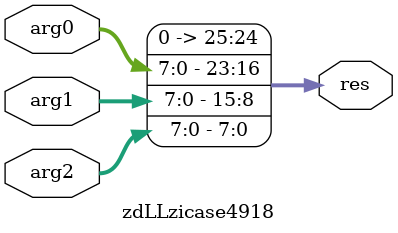
<source format=sv>
module top_level (input logic [0:0] clk,
  input logic [0:0] rst,
  input logic [0:0] __in0,
  output logic [7:0] __out0);
  logic [16:0] gzdLLzicase4866;
  logic [16:0] gzdLLzilambda4762;
  logic [16:0] gzdLLzicase4923;
  logic [15:0] gMainziincr;
  logic [23:0] gzdLLzilambda4950;
  logic [23:0] gzdLLzicase4918;
  logic [25:0] callRes;
  logic [25:0] gzdLLzilambda4944;
  logic [25:0] gzdLLzicase4942;
  logic [23:0] gzdLLzilambda4760;
  logic [23:0] gzdLLzilambda4920;
  logic [23:0] gzdLLzicase4918R1;
  logic [25:0] callResR1;
  logic [33:0] gzdLLzilambda4914;
  logic [33:0] gzdLLzicase4911;
  logic [31:0] gzdLLzilambda4758;
  logic [15:0] gzdLLzilambda4906;
  logic [15:0] gzdLLzicase4876;
  logic [25:0] callResR2;
  logic [41:0] gzdLLzilambda4900;
  logic [41:0] gzdLLzicase4896;
  logic [31:0] gzdLLzilambda4755;
  logic [15:0] binOp;
  logic [15:0] gzdLLzilambda4890;
  logic [15:0] gzdLLzicase4876R1;
  logic [25:0] callResR3;
  logic [25:0] gzdLLzilambda4884;
  logic [25:0] gzdLLzicase4870;
  logic [25:0] callResR4;
  logic [16:0] gzdLLzicase4870R1;
  logic [25:0] callResR5;
  logic [0:0] __continue;
  logic [0:0] __padding;
  logic [7:0] __st0;
  logic [7:0] __st1;
  logic [7:0] __st0_next;
  logic [7:0] __st1_next;
  assign gzdLLzicase4866 = {{__st0, __st1}, __in0};
  assign gzdLLzilambda4762 = {gzdLLzicase4866[0], gzdLLzicase4866[16:9], gzdLLzicase4866[8:1]};
  assign gzdLLzicase4923 = {gzdLLzilambda4762[16], gzdLLzilambda4762[15:8], gzdLLzilambda4762[7:0]};
  assign gMainziincr = {gzdLLzicase4923[15:8], gzdLLzicase4923[7:0]};
  assign gzdLLzilambda4950 = {gMainziincr[15:8], gMainziincr[15:8], gMainziincr[7:0]};
  assign gzdLLzicase4918 = gzdLLzilambda4950[23:0];
  zdLLzicase4918  zdLLzicase4918 (gzdLLzicase4918[23:16], gzdLLzicase4918[15:8], gzdLLzicase4918[7:0], callRes);
  assign gzdLLzilambda4944 = callRes;
  assign gzdLLzicase4942 = gzdLLzilambda4944[25:0];
  assign gzdLLzilambda4760 = {gzdLLzicase4942[23:16], gzdLLzicase4942[15:8], gzdLLzicase4942[7:0]};
  assign gzdLLzilambda4920 = {gzdLLzilambda4760[7:0], gzdLLzilambda4760[15:8], gzdLLzilambda4760[7:0]};
  assign gzdLLzicase4918R1 = gzdLLzilambda4920[23:0];
  zdLLzicase4918  zdLLzicase4918R1 (gzdLLzicase4918R1[23:16], gzdLLzicase4918R1[15:8], gzdLLzicase4918R1[7:0], callResR1);
  assign gzdLLzilambda4914 = {gzdLLzilambda4760[23:16], callResR1};
  assign gzdLLzicase4911 = {gzdLLzilambda4914[25:0], gzdLLzilambda4914[33:26]};
  assign gzdLLzilambda4758 = {gzdLLzicase4911[7:0], gzdLLzicase4911[31:24], gzdLLzicase4911[23:16], gzdLLzicase4911[15:8]};
  assign gzdLLzilambda4906 = {gzdLLzilambda4758[23:16], gzdLLzilambda4758[7:0]};
  assign gzdLLzicase4876 = gzdLLzilambda4906[15:0];
  zdLLzicase4876  zdLLzicase4876 (gzdLLzicase4876[15:8], gzdLLzicase4876[7:0], callResR2);
  assign gzdLLzilambda4900 = {gzdLLzilambda4758[31:24], gzdLLzilambda4758[23:16], callResR2};
  assign gzdLLzicase4896 = {gzdLLzilambda4900[25:0], gzdLLzilambda4900[41:34], gzdLLzilambda4900[33:26]};
  assign gzdLLzilambda4755 = {gzdLLzicase4896[15:8], gzdLLzicase4896[7:0], gzdLLzicase4896[31:24], gzdLLzicase4896[23:16]};
  assign binOp = {gzdLLzilambda4755[31:24], gzdLLzilambda4755[23:16]};
  assign gzdLLzilambda4890 = {gzdLLzilambda4755[15:8], binOp[15:8] + binOp[7:0]};
  assign gzdLLzicase4876R1 = gzdLLzilambda4890[15:0];
  zdLLzicase4876  zdLLzicase4876R1 (gzdLLzicase4876R1[15:8], gzdLLzicase4876R1[7:0], callResR3);
  assign gzdLLzilambda4884 = callResR3;
  assign gzdLLzicase4870 = gzdLLzilambda4884[25:0];
  zdLLzicase4870  zdLLzicase4870 (gzdLLzicase4870[15:8], gzdLLzicase4870[7:0], callResR4);
  assign gzdLLzicase4870R1 = {gzdLLzilambda4762[16], gzdLLzilambda4762[15:8], gzdLLzilambda4762[7:0]};
  zdLLzicase4870  zdLLzicase4870R1 (gzdLLzicase4870R1[15:8], gzdLLzicase4870R1[7:0], callResR5);
  assign {__continue, __padding, __out0, __st0_next, __st1_next} = (gzdLLzicase4870R1[16] == 1'h1) ? callResR5 : callResR4;
  initial {__st0, __st1} <= 16'h0001;
  always @ (posedge clk or posedge rst) begin
    if (rst == 1'h1) begin
      {__st0, __st1} <= 16'h0001;
    end else begin
      {__st0, __st1} <= {__st0_next, __st1_next};
    end
  end
endmodule

module zdLLzicase4870 (input logic [7:0] arg0,
  input logic [7:0] arg1,
  output logic [25:0] res);
  logic [15:0] gMainzisig;
  logic [23:0] gzdLLzilambda4962;
  logic [23:0] gzdLLzicase4918;
  logic [25:0] callRes;
  logic [25:0] gzdLLzilambda4956;
  logic [25:0] gzdLLzicase4954;
  logic [23:0] gzdLLzilambda4764;
  assign gMainzisig = {arg0, arg1};
  assign gzdLLzilambda4962 = {gMainzisig[15:8], gMainzisig[15:8], gMainzisig[7:0]};
  assign gzdLLzicase4918 = gzdLLzilambda4962[23:0];
  zdLLzicase4918  zdLLzicase4918 (gzdLLzicase4918[23:16], gzdLLzicase4918[15:8], gzdLLzicase4918[7:0], callRes);
  assign gzdLLzilambda4956 = callRes;
  assign gzdLLzicase4954 = gzdLLzilambda4956[25:0];
  assign gzdLLzilambda4764 = {gzdLLzicase4954[23:16], gzdLLzicase4954[15:8], gzdLLzicase4954[7:0]};
  assign res = {2'h2, gzdLLzilambda4764[23:16], gzdLLzilambda4764[15:8], gzdLLzilambda4764[7:0]};
endmodule

module zdLLzicase4876 (input logic [7:0] arg0,
  input logic [7:0] arg1,
  output logic [25:0] res);
  assign res = {10'h100, arg0, arg1};
endmodule

module zdLLzicase4918 (input logic [7:0] arg0,
  input logic [7:0] arg1,
  input logic [7:0] arg2,
  output logic [25:0] res);
  assign res = {2'h0, arg0, arg1, arg2};
endmodule
</source>
